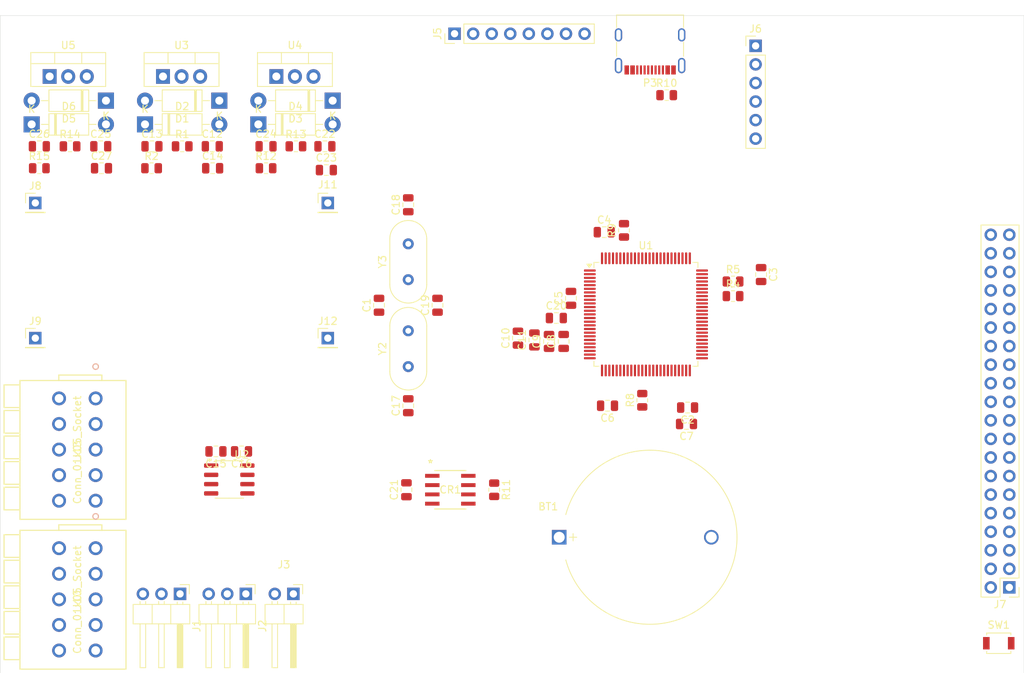
<source format=kicad_pcb>
(kicad_pcb (version 20240108) (generator "pcbnew") (generator_version "8.0")
  (layers (0 "F.Cu" signal) (1 "In1.Cu" signal) (2 "In2.Cu" signal) (31 "B.Cu" signal) (34 "B.Paste" user) (35 "F.Paste" user) (36 "B.SilkS" user "B.Silkscreen") (37 "F.SilkS" user "F.Silkscreen") (38 "B.Mask" user) (39 "F.Mask" user) (44 "Edge.Cuts" user))
  (net 0 "")
  (net 1 "+BATT")
  (net 2 "GND")
  (net 3 "PC14")
  (net 4 "VDD")
  (net 5 "+3.3V")
  (net 6 "PC15")
  (net 7 "OSC_IN")
  (net 8 "OSC_OUT")
  (net 9 "NRST")
  (net 10 "+5V")
  (net 11 "Net-(D2-A)")
  (net 12 "Net-(J1-Pin_2)")
  (net 13 "Net-(J2-Pin_2)")
  (net 14 "TX {slash} PA9")
  (net 15 "RX {slash} PA10")
  (net 16 "SPI_SCK")
  (net 17 "+12V")
  (net 18 "SPI_MISO")
  (net 19 "SPI_MOSI")
  (net 20 "Net-(D4-A)")
  (net 21 "I2C_SDA")
  (net 22 "MPU_XCL")
  (net 23 "MPU_AD0")
  (net 24 "MPU_INT")
  (net 25 "MPU_XDA")
  (net 26 "I2C_SCL")
  (net 27 "HC_EN")
  (net 28 "HC_RXD")
  (net 29 "HC_TXD")
  (net 30 "HC_STATE")
  (net 31 "TFT_DB3")
  (net 32 "TFT_RS")
  (net 33 "TFT_DB8")
  (net 34 "TFT_DB13")
  (net 35 "TFT_DB7")
  (net 36 "TFT_DB2")
  (net 37 "TFT_DB12")
  (net 38 "TFT_RESET")
  (net 39 "TFT_DB6")
  (net 40 "TFT_WR")
  (net 41 "TFT_EX_3.3V")
  (net 42 "TFT_DB9")
  (net 43 "TTF_LED_A")
  (net 44 "TFT_INT")
  (net 45 "TFT_DB1")
  (net 46 "F_CS")
  (net 47 "TFT_DB15")
  (net 48 "T_IRQ")
  (net 49 "TFT_DB11")
  (net 50 "TFT_DB4")
  (net 51 "TFT_DB5")
  (net 52 "TFT_DB14")
  (net 53 "TFT_CS")
  (net 54 "SD_CS")
  (net 55 "TFT_DB0")
  (net 56 "TFT_CRT{slash}NC")
  (net 57 "TFT_NC")
  (net 58 "T_CS")
  (net 59 "TFT_DB10")
  (net 60 "MOTOR_POS")
  (net 61 "USB_D+")
  (net 63 "Net-(P3-CC)")
  (net 64 "USB_D-")
  (net 65 "MOTOT_A")
  (net 66 "MOTOR_B")
  (net 67 "Net-(D6-A)")
  (net 68 "Net-(U1-PA11)")
  (net 69 "Net-(U1-PA12)")
  (net 70 "PB_2 {slash} BOOT1")
  (net 71 "BOOT0")
  (net 111 "MOTOR_GND")
  (net 112 "MOTOR_VDD")
  (net 113 "CAN_L")
  (net 114 "HC_VCC")
  (net 117 "Net-(U2-VM)")
  (net 119 "CAN_H")
  (net 121 "CAN_TX")
  (net 122 "CAN_RX")
  (footprint "Connector_USB:USB_C_Receptacle_G-Switch_GT-USB-7010ASV" (layer "F.Cu") (at 159.82 42.075 180)
    (property "Reference" "P3" (at 0 -5.5 0) (layer "F.SilkS"))
    (property "Value" "USB_C_Plug_USB2.0")
    (pad "" np_thru_hole circle (at -2.89 -2.605 180) (size 0.65 0.65) (drill 0.65) (layers "*.Cu" "*.Mask"))
    (pad "" np_thru_hole circle (at 2.89 -2.605 180) (size 0.65 0.65) (drill 0.65) (layers "*.Cu" "*.Mask"))
    (pad "A1" smd rect (at -3.2 -3.725 180) (size 0.6 1.24) (layers "F.Cu" "F.Paste" "F.Mask") (net 2 "GND"))
    (pad "A4" smd rect (at -2.4 -3.725 180) (size 0.6 1.24) (layers "F.Cu" "F.Paste" "F.Mask") (net 10 "+5V"))
    (pad "A5" smd rect (at -1.25 -3.725 180) (size 0.3 1.24) (layers "F.Cu" "F.Paste" "F.Mask") (net 63 "Net-(P3-CC)"))
    (pad "A6" smd rect (at -0.25 -3.725 180) (size 0.3 1.24) (layers "F.Cu" "F.Paste" "F.Mask") (net 61 "USB_D+"))
    (pad "A7" smd rect (at 0.25 -3.725 180) (size 0.3 1.24) (layers "F.Cu" "F.Paste" "F.Mask") (net 64 "USB_D-"))
    (pad "A8" smd rect (at 1.25 -3.725 180) (size 0.3 1.24) (layers "F.Cu" "F.Paste" "F.Mask"))
    (pad "A9" smd rect (at 2.4 -3.725 180) (size 0.6 1.24) (layers "F.Cu" "F.Paste" "F.Mask") (net 10 "+5V"))
    (pad "A12" smd rect (at 3.2 -3.725 180) (size 0.6 1.24) (layers "F.Cu" "F.Paste" "F.Mask") (net 2 "GND"))
    (pad "B1" smd rect (at 3.2 -3.725 180) (size 0.6 1.24) (layers "F.Cu" "F.Paste" "F.Mask") (net 2 "GND"))
    (pad "B4" smd rect (at 2.4 -3.725 180) (size 0.6 1.24) (layers "F.Cu" "F.Paste" "F.Mask") (net 10 "+5V"))
    (pad "B5" smd rect (at 1.75 -3.725 180) (size 0.3 1.24) (layers "F.Cu" "F.Paste" "F.Mask"))
    (pad "B6" smd rect (at 0.75 -3.725 180) (size 0.3 1.24) (layers "F.Cu" "F.Paste" "F.Mask"))
    (pad "B7" smd rect (at -0.75 -3.725 180) (size 0.3 1.24) (layers "F.Cu" "F.Paste" "F.Mask"))
    (pad "B8" smd rect (at -1.75 -3.725 180) (size 0.3 1.24) (layers "F.Cu" "F.Paste" "F.Mask"))
    (pad "B9" smd rect (at -2.4 -3.725 180) (size 0.6 1.24) (layers "F.Cu" "F.Paste" "F.Mask") (net 10 "+5V"))
    (pad "B12" smd rect (at -3.2 -3.725 180) (size 0.6 1.24) (layers "F.Cu" "F.Paste" "F.Mask") (net 2 "GND"))
    (pad "S1" thru_hole oval (at -4.32 -3.125 180) (size 1 2.1) (drill oval 0.6 1.7) (layers "*.Cu" "*.Mask") (net 2 "GND"))
    (pad "S1" thru_hole oval (at -4.32 1.075 180) (size 1 1.8) (drill oval 0.6 1.4) (layers "*.Cu" "*.Mask") (net 2 "GND"))
    (pad "S1" thru_hole oval (at 4.32 -3.125 180) (size 1 2.1) (drill oval 0.6 1.7) (layers "*.Cu" "*.Mask") (net 2 "GND"))
    (pad "S1" thru_hole oval (at 4.32 1.075 180) (size 1 1.8) (drill oval 0.6 1.4) (layers "*.Cu" "*.Mask") (net 2 "GND"))
  )
  (footprint ".PAUL:C_SMD" (layer "F.Cu") (at 147 79.75)
    (property "Reference" "C20" (at 0 -1.68 0) (layer "F.SilkS"))
    (property "Value" "0.1uF")
    (pad "1" smd roundrect (at -0.95 0) (size 1 1.45) (layers "F.Cu" "F.Paste" "F.Mask") (net 2 "GND"))
    (pad "2" smd roundrect (at 0.95 0) (size 1 1.45) (layers "F.Cu" "F.Paste" "F.Mask") (net 9 "NRST"))
  )
  (footprint ".PAUL:C_SMD" (layer "F.Cu") (at 141.75 82.5 90)
    (property "Reference" "C10" (at 0 -1.68 90) (layer "F.SilkS"))
    (property "Value" "10nF")
    (pad "1" smd roundrect (at -0.95 0 90) (size 1 1.45) (layers "F.Cu" "F.Paste" "F.Mask") (net 5 "+3.3V"))
    (pad "2" smd roundrect (at 0.95 0 90) (size 1 1.45) (layers "F.Cu" "F.Paste" "F.Mask") (net 2 "GND"))
  )
  (footprint ".PAUL:C_SMD" (layer "F.Cu") (at 84.8 59.25)
    (property "Reference" "C27" (at 0 -1.68 0) (layer "F.SilkS"))
    (property "Value" "1uF")
    (pad "1" smd roundrect (at -0.95 0) (size 1 1.45) (layers "F.Cu" "F.Paste" "F.Mask") (net 5 "+3.3V"))
    (pad "2" smd roundrect (at 0.95 0) (size 1 1.45) (layers "F.Cu" "F.Paste" "F.Mask") (net 2 "GND"))
  )
  (footprint ".PAUL:R_SMD" (layer "F.Cu") (at 80.5 56.25)
    (property "Reference" "R14" (at 0 -1.65 0) (layer "F.SilkS"))
    (property "Value" "180")
    (pad "1" smd roundrect (at -0.9125 0) (size 1.025 1.4) (layers "F.Cu" "F.Paste" "F.Mask") (roundrect_rratio 0.243902) (net 67 "Net-(D6-A)"))
    (pad "2" smd roundrect (at 0.9125 0) (size 1.025 1.4) (layers "F.Cu" "F.Paste" "F.Mask") (roundrect_rratio 0.243902) (net 2 "GND"))
  )
  (footprint "Connector_PinHeader_2.54mm:PinHeader_1x06_P2.54mm_Vertical" (layer "F.Cu") (at 174.25 42.5)
    (property "Reference" "J6" (at 0 -2.33 0) (layer "F.SilkS"))
    (property "Value" "HC-06")
    (pad "1" thru_hole rect (at 0 0) (size 1.7 1.7) (drill 1) (layers "*.Cu" "*.Mask") (net 27 "HC_EN"))
    (pad "2" thru_hole oval (at 0 2.54) (size 1.7 1.7) (drill 1) (layers "*.Cu" "*.Mask") (net 114 "HC_VCC"))
    (pad "3" thru_hole oval (at 0 5.08) (size 1.7 1.7) (drill 1) (layers "*.Cu" "*.Mask") (net 2 "GND"))
    (pad "4" thru_hole oval (at 0 7.62) (size 1.7 1.7) (drill 1) (layers "*.Cu" "*.Mask") (net 29 "HC_TXD"))
    (pad "5" thru_hole oval (at 0 10.16) (size 1.7 1.7) (drill 1) (layers "*.Cu" "*.Mask") (net 28 "HC_RXD"))
    (pad "6" thru_hole oval (at 0 12.7) (size 1.7 1.7) (drill 1) (layers "*.Cu" "*.Mask") (net 30 "HC_STATE"))
  )
  (footprint ".PAUL:R_SMD" (layer "F.Cu") (at 107.3 59.25)
    (property "Reference" "R12" (at 0 -1.65 0) (layer "F.SilkS"))
    (property "Value" "110")
    (pad "1" smd roundrect (at -0.9125 0) (size 1.025 1.4) (layers "F.Cu" "F.Paste" "F.Mask") (roundrect_rratio 0.243902) (net 10 "+5V"))
    (pad "2" smd roundrect (at 0.9125 0) (size 1.025 1.4) (layers "F.Cu" "F.Paste" "F.Mask") (roundrect_rratio 0.243902) (net 20 "Net-(D4-A)"))
  )
  (footprint "WAGO:2601-1105" (layer "F.Cu") (at 84 90.749997 -90)
    (property "Reference" "J13" (at 7.050001 2.5 90) (layer "F.SilkS"))
    (property "Value" "Conn_01x05_Socket" (at 7.050001 2.5 90) (layer "F.SilkS"))
    (pad "1" thru_hole circle (at 0 0 270) (size 1.9 1.9) (drill 1.2) (layers "*.Cu" "*.Mask") (net 4 "VDD"))
    (pad "2" thru_hole circle (at 0 5 270) (size 1.9 1.9) (drill 1.2) (layers "*.Cu" "*.Mask"))
    (pad "3" thru_hole circle (at 3.500001 0 270) (size 1.9 1.9) (drill 1.2) (layers "*.Cu" "*.Mask") (net 2 "GND"))
    (pad "4" thru_hole circle (at 3.500001 5 270) (size 1.9 1.9) (drill 1.2) (layers "*.Cu" "*.Mask"))
    (pad "5" thru_hole circle (at 7.000002 0 270) (size 1.9 1.9) (drill 1.2) (layers "*.Cu" "*.Mask"))
    (pad "6" thru_hole circle (at 7.000002 5 270) (size 1.9 1.9) (drill 1.2) (layers "*.Cu" "*.Mask"))
    (pad "7" thru_hole circle (at 10.500002 0 270) (size 1.9 1.9) (drill 1.2) (layers "*.Cu" "*.Mask") (net 119 "CAN_H"))
    (pad "8" thru_hole circle (at 10.500002 5 270) (size 1.9 1.9) (drill 1.2) (layers "*.Cu" "*.Mask"))
    (pad "9" thru_hole circle (at 14.000003 0 270) (size 1.9 1.9) (drill 1.2) (layers "*.Cu" "*.Mask") (net 113 "CAN_L"))
    (pad "10" thru_hole circle (at 14.000003 5 270) (size 1.9 1.9) (drill 1.2) (layers "*.Cu" "*.Mask"))
  )
  (footprint ".PAUL:C_SMD" (layer "F.Cu") (at 115.55 59.5)
    (property "Reference" "C23" (at 0 -1.68 0) (layer "F.SilkS"))
    (property "Value" "1uF")
    (pad "1" smd roundrect (at -0.95 0) (size 1 1.45) (layers "F.Cu" "F.Paste" "F.Mask") (net 10 "+5V"))
    (pad "2" smd roundrect (at 0.95 0) (size 1 1.45) (layers "F.Cu" "F.Paste" "F.Mask") (net 2 "GND"))
  )
  (footprint ".PAUL:C_SMD" (layer "F.Cu") (at 100.45 98 180)
    (property "Reference" "C15" (at 0 -1.68 0) (layer "F.SilkS"))
    (property "Value" "100nF")
    (pad "1" smd roundrect (at -0.95 0 180) (size 1 1.45) (layers "F.Cu" "F.Paste" "F.Mask") (net 2 "GND"))
    (pad "2" smd roundrect (at 0.95 0 180) (size 1 1.45) (layers "F.Cu" "F.Paste" "F.Mask") (net 5 "+3.3V"))
  )
  (footprint "Connector_PinHeader_2.54mm:PinHeader_1x03_P2.54mm_Horizontal" (layer "F.Cu") (at 104.54 117.5 -90)
    (property "Reference" "J2" (at 4.385 -2.27 90) (layer "F.SilkS"))
    (property "Value" "BOOT0")
    (pad "1" thru_hole rect (at 0 0 270) (size 1.7 1.7) (drill 1) (layers "*.Cu" "*.Mask") (net 2 "GND"))
    (pad "2" thru_hole oval (at 0 2.54 270) (size 1.7 1.7) (drill 1) (layers "*.Cu" "*.Mask") (net 13 "Net-(J2-Pin_2)"))
    (pad "3" thru_hole oval (at 0 5.08 270) (size 1.7 1.7) (drill 1) (layers "*.Cu" "*.Mask") (net 5 "+3.3V"))
  )
  (footprint ".PAUL:C_SMD" (layer "F.Cu") (at 175 73.8 -90)
    (property "Reference" "C3" (at 0 -1.68 90) (layer "F.SilkS"))
    (property "Value" "100nF")
    (pad "1" smd roundrect (at -0.95 0 270) (size 1 1.45) (layers "F.Cu" "F.Paste" "F.Mask") (net 5 "+3.3V"))
    (pad "2" smd roundrect (at 0.95 0 270) (size 1 1.45) (layers "F.Cu" "F.Paste" "F.Mask") (net 2 "GND"))
  )
  (footprint ".PAUL:R_SMD" (layer "F.Cu") (at 95.8375 56.25)
    (property "Reference" "R1" (at 0 -1.65 0) (layer "F.SilkS"))
    (property "Value" "180")
    (pad "1" smd roundrect (at -0.9125 0) (size 1.025 1.4) (layers "F.Cu" "F.Paste" "F.Mask") (roundrect_rratio 0.243902) (net 11 "Net-(D2-A)"))
    (pad "2" smd roundrect (at 0.9125 0) (size 1.025 1.4) (layers "F.Cu" "F.Paste" "F.Mask") (roundrect_rratio 0.243902) (net 2 "GND"))
  )
  (footprint ".PAUL:C_SMD" (layer "F.Cu") (at 84.7 56.25)
    (property "Reference" "C25" (at 0 -1.68 0) (layer "F.SilkS"))
    (property "Value" "0.1uF")
    (pad "1" smd roundrect (at -0.95 0) (size 1 1.45) (layers "F.Cu" "F.Paste" "F.Mask") (net 17 "+12V"))
    (pad "2" smd roundrect (at 0.95 0) (size 1 1.45) (layers "F.Cu" "F.Paste" "F.Mask") (net 2 "GND"))
  )
  (footprint ".PAUL:C_SMD" (layer "F.Cu") (at 153.55 68)
    (property "Reference" "C4" (at 0 -1.68 0) (layer "F.SilkS"))
    (property "Value" "100nF")
    (pad "1" smd roundrect (at -0.95 0) (size 1 1.45) (layers "F.Cu" "F.Paste" "F.Mask") (net 5 "+3.3V"))
    (pad "2" smd roundrect (at 0.95 0) (size 1 1.45) (layers "F.Cu" "F.Paste" "F.Mask") (net 2 "GND"))
  )
  (footprint ".PAUL:R_SMD" (layer "F.Cu") (at 158.75 91 90)
    (property "Reference" "R8" (at 0 -1.65 90) (layer "F.SilkS"))
    (property "Value" "10k")
    (pad "1" smd roundrect (at -0.9125 0 90) (size 1.025 1.4) (layers "F.Cu" "F.Paste" "F.Mask") (roundrect_rratio 0.243902) (net 12 "Net-(J1-Pin_2)"))
    (pad "2" smd roundrect (at 0.9125 0 90) (size 1.025 1.4) (layers "F.Cu" "F.Paste" "F.Mask") (roundrect_rratio 0.243902) (net 70 "PB_2 {slash} BOOT1"))
  )
  (footprint "Diode_THT:D_DO-41_SOD81_P10.16mm_Horizontal" (layer "F.Cu") (at 116.41 50 180)
    (property "Reference" "D3" (at 5.08 -2.47 0) (layer "F.SilkS"))
    (property "Value" "1N4001")
    (fp_text user "K" (at 0 -2.1 0) (layer "F.SilkS"))
    (pad "1" thru_hole rect (at 0 0 180) (size 2.2 2.2) (drill 1.1) (layers "*.Cu" "*.Mask") (net 17 "+12V"))
    (pad "2" thru_hole oval (at 10.16 0 180) (size 2.2 2.2) (drill 1.1) (layers "*.Cu" "*.Mask") (net 10 "+5V"))
  )
  (footprint "Button_Switch_SMD:SW_SPST_B3U-1000P" (layer "F.Cu") (at 207.5 124.25)
    (property "Reference" "SW1" (at 0 -2.5 0) (layer "F.SilkS"))
    (property "Value" "RESET")
    (pad "1" smd rect (at -1.7 0) (size 0.9 1.7) (layers "F.Cu" "F.Paste" "F.Mask") (net 9 "NRST"))
    (pad "2" smd rect (at 1.7 0) (size 0.9 1.7) (layers "F.Cu" "F.Paste" "F.Mask") (net 2 "GND"))
  )
  (footprint "Crystal:Crystal_HC18-U_Vertical" (layer "F.Cu") (at 126.75 86.4 90)
    (property "Reference" "Y2" (at 2.45 -3.525 90) (layer "F.SilkS"))
    (property "Value" "32.768kHz")
    (pad "1" thru_hole circle (at 0 0 90) (size 1.5 1.5) (drill 0.8) (layers "*.Cu" "*.Mask") (net 6 "PC15"))
    (pad "2" thru_hole circle (at 4.9 0 90) (size 1.5 1.5) (drill 0.8) (layers "*.Cu" "*.Mask") (net 3 "PC14"))
  )
  (footprint ".PAUL:R_SMD" (layer "F.Cu") (at 76.3 59.25)
    (property "Reference" "R15" (at 0 -1.65 0) (layer "F.SilkS"))
    (property "Value" "110")
    (pad "1" smd roundrect (at -0.9125 0) (size 1.025 1.4) (layers "F.Cu" "F.Paste" "F.Mask") (roundrect_rratio 0.243902) (net 5 "+3.3V"))
    (pad "2" smd roundrect (at 0.9125 0) (size 1.025 1.4) (layers "F.Cu" "F.Paste" "F.Mask") (roundrect_rratio 0.243902) (net 67 "Net-(D6-A)"))
  )
  (footprint "WAGO:2601-1105" (layer "F.Cu") (at 84 111.249998 -90)
    (property "Reference" "J10" (at 7.050001 2.5 90) (layer "F.SilkS"))
    (property "Value" "Conn_01x05_Socket" (at 7.050001 2.5 90) (layer "F.SilkS"))
    (pad "1" thru_hole circle (at 0 0 270) (size 1.9 1.9) (drill 1.2) (layers "*.Cu" "*.Mask") (net 5 "+3.3V"))
    (pad "2" thru_hole circle (at 0 5 270) (size 1.9 1.9) (drill 1.2) (layers "*.Cu" "*.Mask"))
    (pad "3" thru_hole circle (at 3.500001 0 270) (size 1.9 1.9) (drill 1.2) (layers "*.Cu" "*.Mask") (net 60 "MOTOR_POS"))
    (pad "4" thru_hole circle (at 3.500001 5 270) (size 1.9 1.9) (drill 1.2) (layers "*.Cu" "*.Mask"))
    (pad "5" thru_hole circle (at 7.000002 0 270) (size 1.9 1.9) (drill 1.2) (layers "*.Cu" "*.Mask") (net 112 "MOTOR_VDD"))
    (pad "6" thru_hole circle (at 7.000002 5 270) (size 1.9 1.9) (drill 1.2) (layers "*.Cu" "*.Mask"))
    (pad "7" thru_hole circle (at 10.500002 0 270) (size 1.9 1.9) (drill 1.2) (layers "*.Cu" "*.Mask") (net 111 "MOTOR_GND"))
    (pad "8" thru_hole circle (at 10.500002 5 270) (size 1.9 1.9) (drill 1.2) (layers "*.Cu" "*.Mask"))
    (pad "9" thru_hole circle (at 14.000003 0 270) (size 1.9 1.9) (drill 1.2) (layers "*.Cu" "*.Mask") (net 2 "GND"))
    (pad "10" thru_hole circle (at 14.000003 5 270) (size 1.9 1.9) (drill 1.2) (layers "*.Cu" "*.Mask"))
  )
  (footprint "Connector_PinHeader_2.54mm:PinHeader_1x01_P2.54mm_Vertical" (layer "F.Cu") (at 115.75 64)
    (property "Reference" "J11" (at 0 -2.5 0) (layer "F.SilkS"))
    (property "Value" "RegV_OUT+")
    (pad "1" thru_hole rect (at 0 0) (size 1.7 1.7) (drill 1) (layers "*.Cu" "*.Mask") (net 17 "+12V"))
  )
  (footprint "Package_QFP:LQFP-100_14x14mm_P0.5mm" (layer "F.Cu") (at 159.25 79.25)
    (property "Reference" "U1" (at 0 -9.42 0) (layer "F.SilkS"))
    (property "Value" "STM32F103VBTx")
    (pad "1" smd roundrect (at -7.675 -6) (size 1.6 0.3) (layers "F.Cu" "F.Paste" "F.Mask"))
    (pad "2" smd roundrect (at -7.675 -5.5) (size 1.6 0.3) (layers "F.Cu" "F.Paste" "F.Mask"))
    (pad "3" smd roundrect (at -7.675 -5) (size 1.6 0.3) (layers "F.Cu" "F.Paste" "F.Mask"))
    (pad "4" smd roundrect (at -7.675 -4.5) (size 1.6 0.3) (layers "F.Cu" "F.Paste" "F.Mask"))
    (pad "5" smd roundrect (at -7.675 -4) (size 1.6 0.3) (layers "F.Cu" "F.Paste" "F.Mask"))
    (pad "6" smd roundrect (at -7.675 -3.5) (size 1.6 0.3) (layers "F.Cu" "F.Paste" "F.Mask") (net 1 "+BATT"))
    (pad "7" smd roundrect (at -7.675 -3) (size 1.6 0.3) (layers "F.Cu" "F.Paste" "F.Mask"))
    (pad "8" smd roundrect (at -7.675 -2.5) (size 1.6 0.3) (layers "F.Cu" "F.Paste" "F.Mask") (net 3 "PC14"))
    (pad "9" smd roundrect (at -7.675 -2) (size 1.6 0.3) (layers "F.Cu" "F.Paste" "F.Mask") (net 6 "PC15"))
    (pad "10" smd roundrect (at -7.675 -1.5) (size 1.6 0.3) (layers "F.Cu" "F.Paste" "F.Mask") (net 2 "GND"))
    (pad "11" smd roundrect (at -7.675 -1) (size 1.6 0.3) (layers "F.Cu" "F.Paste" "F.Mask") (net 5 "+3.3V"))
    (pad "12" smd roundrect (at -7.675 -0.5) (size 1.6 0.3) (layers "F.Cu" "F.Paste" "F.Mask") (net 7 "OSC_IN"))
    (pad "13" smd roundrect (at -7.675 0) (size 1.6 0.3) (layers "F.Cu" "F.Paste" "F.Mask") (net 8 "OSC_OUT"))
    (pad "14" smd roundrect (at -7.675 0.5) (size 1.6 0.3) (layers "F.Cu" "F.Paste" "F.Mask") (net 9 "NRST"))
    (pad "15" smd roundrect (at -7.675 1) (size 1.6 0.3) (layers "F.Cu" "F.Paste" "F.Mask"))
    (pad "16" smd roundrect (at -7.675 1.5) (size 1.6 0.3) (layers "F.Cu" "F.Paste" "F.Mask"))
    (pad "17" smd roundrect (at -7.675 2) (size 1.6 0.3) (layers "F.Cu" "F.Paste" "F.Mask"))
    (pad "18" smd roundrect (at -7.675 2.5) (size 1.6 0.3) (layers "F.Cu" "F.Paste" "F.Mask"))
    (pad "19" smd roundrect (at -7.675 3) (size 1.6 0.3) (layers "F.Cu" "F.Paste" "F.Mask") (net 2 "GND"))
    (pad "20" smd roundrect (at -7.675 3.5) (size 1.6 0.3) (layers "F.Cu" "F.Paste" "F.Mask") (net 2 "GND"))
    (pad "21" smd roundrect (at -7.675 4) (size 1.6 0.3) (layers "F.Cu" "F.Paste" "F.Mask") (net 5 "+3.3V"))
    (pad "22" smd roundrect (at -7.675 4.5) (size 1.6 0.3) (layers "F.Cu" "F.Paste" "F.Mask") (net 5 "+3.3V"))
    (pad "23" smd roundrect (at -7.675 5) (size 1.6 0.3) (layers "F.Cu" "F.Paste" "F.Mask"))
    (pad "24" smd roundrect (at -7.675 5.5) (size 1.6 0.3) (layers "F.Cu" "F.Paste" "F.Mask"))
    (pad "25" smd roundrect (at -7.675 6) (size 1.6 0.3) (layers "F.Cu" "F.Paste" "F.Mask") (net 28 "HC_RXD"))
    (pad "26" smd roundrect (at -6 7.675) (size 0.3 1.6) (layers "F.Cu" "F.Paste" "F.Mask") (net 29 "HC_TXD"))
    (pad "27" smd roundrect (at -5.5 7.675) (size 0.3 1.6) (layers "F.Cu" "F.Paste" "F.Mask") (net 2 "GND"))
    (pad "28" smd roundrect (at -5 7.675) (size 0.3 1.6) (layers "F.Cu" "F.Paste" "F.Mask") (net 5 "+3.3V"))
    (pad "29" smd roundrect (at -4.5 7.675) (size 0.3 1.6) (layers "F.Cu" "F.Paste" "F.Mask"))
    (pad "30" smd roundrect (at -4 7.675) (size 0.3 1.6) (layers "F.Cu" "F.Paste" "F.Mask") (net 16 "SPI_SCK"))
    (pad "31" smd roundrect (at -3.5 7.675) (size 0.3 1.6) (layers "F.Cu" "F.Paste" "F.Mask") (net 18 "SPI_MISO"))
    (pad "32" smd roundrect (at -3 7.675) (size 0.3 1.6) (layers "F.Cu" "F.Paste" "F.Mask") (net 19 "SPI_MOSI"))
    (pad "33" smd roundrect (at -2.5 7.675) (size 0.3 1.6) (layers "F.Cu" "F.Paste" "F.Mask"))
    (pad "34" smd roundrect (at -2 7.675) (size 0.3 1.6) (layers "F.Cu" "F.Paste" "F.Mask"))
    (pad "35" smd roundrect (at -1.5 7.675) (size 0.3 1.6) (layers "F.Cu" "F.Paste" "F.Mask"))
    (pad "36" smd roundrect (at -1 7.675) (size 0.3 1.6) (layers "F.Cu" "F.Paste" "F.Mask"))
    (pad "37" smd roundrect (at -0.5 7.675) (size 0.3 1.6) (layers "F.Cu" "F.Paste" "F.Mask") (net 70 "PB_2 {slash} BOOT1"))
    (pad "38" smd roundrect (at 0 7.675) (size 0.3 1.6) (layers "F.Cu" "F.Paste" "F.Mask") (net 47 "TFT_DB15"))
    (pad "39" smd roundrect (at 0.5 7.675) (size 0.3 1.6) (layers "F.Cu" "F.Paste" "F.Mask") (net 52 "TFT_DB14"))
    (pad "40" smd roundrect (at 1 7.675) (size 0.3 1.6) (layers "F.Cu" "F.Paste" "F.Mask") (net 34 "TFT_DB13"))
    (pad "41" smd roundrect (at 1.5 7.675) (size 0.3 1.6) (layers "F.Cu" "F.Paste" "F.Mask") (net 37 "TFT_DB12"))
    (pad "42" smd roundrect (at 2 7.675) (size 0.3 1.6) (layers "F.Cu" "F.Paste" "F.Mask") (net 49 "TFT_DB11"))
    (pad "43" smd roundrect (at 2.5 7.675) (size 0.3 1.6) (layers "F.Cu" "F.Paste" "F.Mask") (net 59 "TFT_DB10"))
    (pad "44" smd roundrect (at 3 7.675) (size 0.3 1.6) (layers "F.Cu" "F.Paste" "F.Mask") (net 42 "TFT_DB9"))
    (pad "45" smd roundrect (at 3.5 7.675) (size 0.3 1.6) (layers "F.Cu" "F.Paste" "F.Mask") (net 33 "TFT_DB8"))
    (pad "46" smd roundrect (at 4 7.675) (size 0.3 1.6) (layers "F.Cu" "F.Paste" "F.Mask") (net 35 "TFT_DB7"))
    (pad "47" smd roundrect (at 4.5 7.675) (size 0.3 1.6) (layers "F.Cu" "F.Paste" "F.Mask"))
    (pad "48" smd roundrect (at 5 7.675) (size 0.3 1.6) (layers "F.Cu" "F.Paste" "F.Mask"))
    (pad "49" smd roundrect (at 5.5 7.675) (size 0.3 1.6) (layers "F.Cu" "F.Paste" "F.Mask") (net 2 "GND"))
    (pad "50" smd roundrect (at 6 7.675) (size 0.3 1.6) (layers "F.Cu" "F.Paste" "F.Mask") (net 5 "+3.3V"))
    (pad "51" smd roundrect (at 7.675 6) (size 1.6 0.3) (layers "F.Cu" "F.Paste" "F.Mask"))
    (pad "52" smd roundrect (at 7.675 5.5) (size 1.6 0.3) (layers "F.Cu" "F.Paste" "F.Mask"))
    (pad "53" smd roundrect (at 7.675 5) (size 1.6 0.3) (layers "F.Cu" "F.Paste" "F.Mask"))
    (pad "54" smd roundrect (at 7.675 4.5) (size 1.6 0.3) (layers "F.Cu" "F.Paste" "F.Mask"))
    (pad "55" smd roundrect (at 7.675 4) (size 1.6 0.3) (layers "F.Cu" "F.Paste" "F.Mask") (net 53 "TFT_CS"))
    (pad "56" smd roundrect (at 7.675 3.5) (size 1.6 0.3) (layers "F.Cu" "F.Paste" "F.Mask"))
    (pad "57" smd roundrect (at 7.675 3) (size 1.6 0.3) (layers "F.Cu" "F.Paste" "F.Mask") (net 46 "F_CS"))
    (pad "58" smd roundrect (at 7.675 2.5) (size 1.6 0.3) (layers "F.Cu" "F.Paste" "F.Mask") (net 54 "SD_CS"))
    (pad "59" smd roundrect (at 7.675 2) (size 1.6 0.3) (layers "F.Cu" "F.Paste" "F.Mask") (net 58 "T_CS"))
    (pad "60" smd roundrect (at 7.675 1.5) (size 1.6 0.3) (layers "F.Cu" "F.Paste" "F.Mask") (net 32 "TFT_RS"))
    (pad "61" smd roundrect (at 7.675 1) (size 1.6 0.3) (layers "F.Cu" "F.Paste" "F.Mask") (net 40 "TFT_WR"))
    (pad "62" smd roundrect (at 7.675 0.5) (size 1.6 0.3) (layers "F.Cu" "F.Paste" "F.Mask") (net 38 "TFT_RESET"))
    (pad "63" smd roundrect (at 7.675 0) (size 1.6 0.3) (layers "F.Cu" "F.Paste" "F.Mask"))
    (pad "64" smd roundrect (at 7.675 -0.5) (size 1.6 0.3) (layers "F.Cu" "F.Paste" "F.Mask"))
    (pad "65" smd roundrect (at 7.675 -1) (size 1.6 0.3) (layers "F.Cu" "F.Paste" "F.Mask"))
    (pad "66" smd roundrect (at 7.675 -1.5) (size 1.6 0.3) (layers "F.Cu" "F.Paste" "F.Mask"))
    (pad "67" smd roundrect (at 7.675 -2) (size 1.6 0.3) (layers "F.Cu" "F.Paste" "F.Mask"))
    (pad "68" smd roundrect (at 7.675 -2.5) (size 1.6 0.3) (layers "F.Cu" "F.Paste" "F.Mask") (net 14 "TX {slash} PA9"))
    (pad "69" smd roundrect (at 7.675 -3) (size 1.6 0.3) (layers "F.Cu" "F.Paste" "F.Mask") (net 15 "RX {slash} PA10"))
    (pad "70" smd roundrect (at 7.675 -3.5) (size 1.6 0.3) (layers "F.Cu" "F.Paste" "F.Mask") (net 68 "Net-(U1-PA11)"))
    (pad "71" smd roundrect (at 7.675 -4) (size 1.6 0.3) (layers "F.Cu" "F.Paste" "F.Mask") (net 69 "Net-(U1-PA12)"))
    (pad "72" smd roundrect (at 7.675 -4.5) (size 1.6 0.3) (layers "F.Cu" "F.Paste" "F.Mask"))
    (pad "73" smd roundrect (at 7.675 -5) (size 1.6 0.3) (layers "F.Cu" "F.Paste" "F.Mask"))
    (pad "74" smd roundrect (at 7.675 -5.5) (size 1.6 0.3) (layers "F.Cu" "F.Paste" "F.Mask") (net 2 "GND"))
    (pad "75" smd roundrect (at 7.675 -6) (size 1.6 0.3) (layers "F.Cu" "F.Paste" "F.Mask") (net 5 "+3.3V"))
    (pad "76" smd roundrect (at 6 -7.675) (size 0.3 1.6) (layers "F.Cu" "F.Paste" "F.Mask"))
    (pad "77" smd roundrect (at 5.5 -7.675) (size 0.3 1.6) (layers "F.Cu" "F.Paste" "F.Mask"))
    (pad "78" smd roundrect (at 5 -7.675) (size 0.3 1.6) (layers "F.Cu" "F.Paste" "F.Mask") (net 65 "MOTOT_A"))
    (pad "79" smd roundrect (at 4.5 -7.675) (size 0.3 1.6) (layers "F.Cu" "F.Paste" "F.Mask") (net 66 "MOTOR_B"))
    (pad "80" smd roundrect (at 4 -7.675) (size 0.3 1.6) (layers "F.Cu" "F.Paste" "F.Mask") (net 60 "MOTOR_POS"))
    (pad "81" smd roundrect (at 3.5 -7.675) (size 0.3 1.6) (layers "F.Cu" "F.Paste" "F.Mask") (net 39 "TFT_DB6"))
    (pad "82" smd roundrect (at 3 -7.675) (size 0.3 1.6) (layers "F.Cu" "F.Paste" "F.Mask") (net 51 "TFT_DB5"))
    (pad "83" smd roundrect (at 2.5 -7.675) (size 0.3 1.6) (layers "F.Cu" "F.Paste" "F.Mask"))
    (pad "84" smd roundrect (at 2 -7.675) (size 0.3 1.6) (layers "F.Cu" "F.Paste" "F.Mask") (net 50 "TFT_DB4"))
    (pad "85" smd roundrect (at 1.5 -7.675) (size 0.3 1.6) (layers "F.Cu" "F.Paste" "F.Mask") (net 31 "TFT_DB3"))
    (pad "86" smd roundrect (at 1 -7.675) (size 0.3 1.6) (layers "F.Cu" "F.Paste" "F.Mask") (net 36 "TFT_DB2"))
    (pad "87" smd roundrect (at 0.5 -7.675) (size 0.3 1.6) (layers "F.Cu" "F.Paste" "F.Mask") (net 45 "TFT_DB1"))
    (pad "88" smd roundrect (at 0 -7.675) (size 0.3 1.6) (layers "F.Cu" "F.Paste" "F.Mask") (net 55 "TFT_DB0"))
    (pad "89" smd roundrect (at -0.5 -7.675) (size 0.3 1.6) (layers "F.Cu" "F.Paste" "F.Mask"))
    (pad "90" smd roundrect (at -1 -7.675) (size 0.3 1.6) (layers "F.Cu" "F.Paste" "F.Mask"))
    (pad "91" smd roundrect (at -1.5 -7.675) (size 0.3 1.6) (layers "F.Cu" "F.Paste" "F.Mask"))
    (pad "92" smd roundrect (at -2 -7.675) (size 0.3 1.6) (layers "F.Cu" "F.Paste" "F.Mask") (net 26 "I2C_SCL"))
    (pad "93" smd roundrect (at -2.5 -7.675) (size 0.3 1.6) (layers "F.Cu" "F.Paste" "F.Mask") (net 21 "I2C_SDA"))
    (pad "94" smd roundrect (at -3 -7.675) (size 0.3 1.6) (layers "F.Cu" "F.Paste" "F.Mask") (net 71 "BOOT0"))
    (pad "95" smd roundrect (at -3.5 -7.675) (size 0.3 1.6) (layers "F.Cu" "F.Paste" "F.Mask"))
    (pad "96" smd roundrect (at -4 -7.675) (size 0.3 1.6) (layers "F.Cu" "F.Paste" "F.Mask"))
    (pad "97" smd roundrect (at -4.5 -7.675) (size 0.3 1.6) (layers "F.Cu" "F.Paste" "F.Mask"))
    (pad "98" smd roundrect (at -5 -7.675) (size 0.3 1.6) (layers "F.Cu" "F.Paste" "F.Mask"))
    (pad "99" smd roundrect (at -5.5 -7.675) (size 0.3 1.6) (layers "F.Cu" "F.Paste" "F.Mask") (net 2 "GND"))
    (pad "100" smd roundrect (at -6 -7.675) (size 0.3 1.6) (layers "F.Cu" "F.Paste" "F.Mask") (net 5 "+3.3V"))
  )
  (footprint ".PAUL:C_SMD" (layer "F.Cu") (at 164.95 92 180)
    (property "Reference" "C2" (at 0 -1.68 360) (layer "F.SilkS"))
    (property "Value" "100nF")
    (pad "1" smd roundrect (at -0.95 0 180) (size 1 1.45) (layers "F.Cu" "F.Paste" "F.Mask") (net 5 "+3.3V"))
    (pad "2" smd roundrect (at 0.95 0 180) (size 1 1.45) (layers "F.Cu" "F.Paste" "F.Mask") (net 2 "GND"))
  )
  (footprint ".PAUL:R_SMD" (layer "F.Cu") (at 171.1625 76.75)
    (property "Reference" "R4" (at 0 -1.65 0) (layer "F.SilkS"))
    (property "Value" "22")
    (pad "1" smd roundrect (at -0.9125 0) (size 1.025 1.4) (layers "F.Cu" "F.Paste" "F.Mask") (roundrect_rratio 0.243902) (net 68 "Net-(U1-PA11)"))
    (pad "2" smd roundrect (at 0.9125 0) (size 1.025 1.4) (layers "F.Cu" "F.Paste" "F.Mask") (roundrect_rratio 0.243902) (net 64 "USB_D-"))
  )
  (footprint ".PAUL:C_SMD" (layer "F.Cu") (at 130.75 78 90)
    (property "Reference" "C19" (at 0 -1.68 90) (layer "F.SilkS"))
    (property "Value" "20pF")
    (pad "1" smd roundrect (at -0.95 0 90) (size 1 1.45) (layers "F.Cu" "F.Paste" "F.Mask") (net 2 "GND"))
    (pad "2" smd roundrect (at 0.95 0 90) (size 1 1.45) (layers "F.Cu" "F.Paste" "F.Mask") (net 8 "OSC_OUT"))
  )
  (footprint ".PAUL:C_SMD" (layer "F.Cu") (at 154 91.75 180)
    (property "Reference" "C6" (at 0 -1.68 360) (layer "F.SilkS"))
    (property "Value" "100nF")
    (pad "1" smd roundrect (at -0.95 0 180) (size 1 1.45) (layers "F.Cu" "F.Paste" "F.Mask") (net 5 "+3.3V"))
    (pad "2" smd roundrect (at 0.95 0 180) (size 1 1.45) (layers "F.Cu" "F.Paste" "F.Mask") (net 2 "GND"))
  )
  (footprint "Connector_PinHeader_2.54mm:PinHeader_1x08_P2.54mm_Vertical" (layer "F.Cu") (at 133.081017 40.841192 90)
    (property "Reference" "J5" (at 0 -2.33 90) (layer "F.SilkS"))
    (property "Value" "MPU-69050")
    (pad "1" thru_hole rect (at 0 0 90) (size 1.7 1.7) (drill 1) (layers "*.Cu" "*.Mask") (net 24 "MPU_INT"))
    (pad "2" thru_hole oval (at 0 2.54 90) (size 1.7 1.7) (drill 1) (layers "*.Cu" "*.Mask") (net 23 "MPU_AD0"))
    (pad "3" thru_hole oval (at 0 5.08 90) (size 1.7 1.7) (drill 1) (layers "*.Cu" "*.Mask") (net 22 "MPU_XCL"))
    (pad "4" thru_hole oval (at 0 7.62 90) (size 1.7 1.7) (drill 1) (layers "*.Cu" "*.Mask") (net 25 "MPU_XDA"))
    (pad "5" thru_hole oval (at 0 10.16 90) (size 1.7 1.7) (drill 1) (layers "*.Cu" "*.Mask") (net 21 "I2C_SDA"))
    (pad "6" thru_hole oval (at 0 12.7 90) (size 1.7 1.7) (drill 1) (layers "*.Cu" "*.Mask") (net 26 "I2C_SCL"))
    (pad "7" thru_hole oval (at 0 15.24 90) (size 1.7 1.7) (drill 1) (layers "*.Cu" "*.Mask") (net 2 "GND"))
    (pad "8" thru_hole oval (at 0 17.78 90) (size 1.7 1.7) (drill 1) (layers "*.Cu" "*.Mask") (net 10 "+5V"))
  )
  (footprint ".PAUL:C_SMD" (layer "F.Cu") (at 144 82.75 90)
    (property "Reference" "C11" (at 0 -1.68 90) (layer "F.SilkS"))
    (property "Value" "1uF")
    (pad "1" smd roundrect (at -0.95 0 90) (size 1 1.45) (layers "F.Cu" "F.Paste" "F.Mask") (net 5 "+3.3V"))
    (pad "2" smd roundrect (at 0.95 0 90) (size 1 1.45) (layers "F.Cu" "F.Paste" "F.Mask") (net 2 "GND"))
  )
  (footprint "Connector_PinHeader_2.54mm:PinHeader_1x01_P2.54mm_Vertical" (layer "F.Cu") (at 115.75 82.5)
    (property "Reference" "J12" (at 0 -2.33 0) (layer "F.SilkS"))
    (property "Value" "RegV_OUT-")
    (pad "1" thru_hole rect (at 0 0) (size 1.7 1.7) (drill 1) (layers "*.Cu" "*.Mask") (net 2 "GND"))
  )
  (footprint ".PAUL:R_SMD" (layer "F.Cu") (at 111.3875 56.25)
    (property "Reference" "R13" (at 0 -1.65 0) (layer "F.SilkS"))
    (property "Value" "330")
    (pad "1" smd roundrect (at -0.9125 0) (size 1.025 1.4) (layers "F.Cu" "F.Paste" "F.Mask") (roundrect_rratio 0.243902) (net 20 "Net-(D4-A)"))
    (pad "2" smd roundrect (at 0.9125 0) (size 1.025 1.4) (layers "F.Cu" "F.Paste" "F.Mask") (roundrect_rratio 0.243902) (net 2 "GND"))
  )
  (footprint "Diode_THT:D_DO-41_SOD81_P10.16mm_Horizontal" (layer "F.Cu") (at 106.25 53.25)
    (property "Reference" "D4" (at 5.08 -2.47 0) (layer "F.SilkS"))
    (property "Value" "1N4001")
    (fp_text user "K" (at 0 -2.1 0) (layer "F.SilkS"))
    (pad "1" thru_hole rect (at 0 0) (size 2.2 2.2) (drill 1.1) (layers "*.Cu" "*.Mask") (net 10 "+5V"))
    (pad "2" thru_hole oval (at 10.16 0) (size 2.2 2.2) (drill 1.1) (layers "*.Cu" "*.Mask") (net 20 "Net-(D4-A)"))
  )
  (footprint "Package_TO_SOT_THT:TO-220-3_Vertical" (layer "F.Cu") (at 108.71 46.695)
    (property "Reference" "U4" (at 2.54 -4.27 0) (layer "F.SilkS"))
    (property "Value" "LM317_TO-220")
    (pad "1" thru_hole rect (at 0 0) (size 1.905 2) (drill 1.1) (layers "*.Cu" "*.Mask") (net 20 "Net-(D4-A)"))
    (pad "2" thru_hole oval (at 2.54 0) (size 1.905 2) (drill 1.1) (layers "*.Cu" "*.Mask") (net 10 "+5V"))
    (pad "3" thru_hole oval (at 5.08 0) (size 1.905 2) (drill 1.1) (layers "*.Cu" "*.Mask") (net 17 "+12V"))
  )
  (footprint ".PAUL:R_SMD" (layer "F.Cu") (at 91.65 59.25)
    (property "Reference" "R2" (at 0 -1.65 0) (layer "F.SilkS"))
    (property "Value" "110")
    (pad "1" smd roundrect (at -0.9125 0) (size 1.025 1.4) (layers "F.Cu" "F.Paste" "F.Mask") (roundrect_rratio 0.243902) (net 5 "+3.3V"))
    (pad "2" smd roundrect (at 0.9125 0) (size 1.025 1.4) (layers "F.Cu" "F.Paste" "F.Mask") (roundrect_rratio 0.243902) (net 11 "Net-(D2-A)"))
  )
  (footprint ".PAUL:C_SMD" (layer "F.Cu") (at 91.7 56.25)
    (property "Reference" "C13" (at 0 -1.68 0) (layer "F.SilkS"))
    (property "Value" "10uF")
    (pad "1" smd roundrect (at -0.95 0) (size 1 1.45) (layers "F.Cu" "F.Paste" "F.Mask") (net 11 "Net-(D2-A)"))
    (pad "2" smd roundrect (at 0.95 0) (size 1 1.45) (layers "F.Cu" "F.Paste" "F.Mask") (net 2 "GND"))
  )
  (footprint ".PAUL:C_SMD" (layer "F.Cu") (at 76.3 56.25)
    (property "Reference" "C26" (at 0 -1.68 0) (layer "F.SilkS"))
    (property "Value" "10uF")
    (pad "1" smd roundrect (at -0.95 0) (size 1 1.45) (layers "F.Cu" "F.Paste" "F.Mask") (net 67 "Net-(D6-A)"))
    (pad "2" smd roundrect (at 0.95 0) (size 1 1.45) (layers "F.Cu" "F.Paste" "F.Mask") (net 2 "GND"))
  )
  (footprint ".PAUL:C_SMD" (layer "F.Cu") (at 146 82.95 90)
    (property "Reference" "C9" (at 0 -1.68 90) (layer "F.SilkS"))
    (property "Value" "1uF")
    (pad "1" smd roundrect (at -0.95 0 90) (size 1 1.45) (layers "F.Cu" "F.Paste" "F.Mask") (net 5 "+3.3V"))
    (pad "2" smd roundrect (at 0.95 0 90) (size 1 1.45) (layers "F.Cu" "F.Paste" "F.Mask") (net 2 "GND"))
  )
  (footprint "Diode_THT:D_DO-41_SOD81_P10.16mm_Horizontal" (layer "F.Cu") (at 90.75 53.25)
    (property "Reference" "D2" (at 5.08 -2.47 0) (layer "F.SilkS"))
    (property "Value" "1N4001")
    (fp_text user "K" (at 0 -2.1 0) (layer "F.SilkS"))
    (pad "1" thru_hole rect (at 0 0) (size 2.2 2.2) (drill 1.1) (layers "*.Cu" "*.Mask") (net 5 "+3.3V"))
    (pad "2" thru_hole oval (at 10.16 0) (size 2.2 2.2) (drill 1.1) (layers "*.Cu" "*.Mask") (net 11 "Net-(D2-A)"))
  )
  (footprint ".PAUL:R_SMD" (layer "F.Cu") (at 138.5 103.25 -90)
    (property "Reference" "R11" (at 0 -1.65 90) (layer "F.SilkS"))
    (property "Value" "120")
    (pad "1" smd roundrect (at -0.9125 0 270) (size 1.025 1.4) (layers "F.Cu" "F.Paste" "F.Mask") (roundrect_rratio 0.243902) (net 119 "CAN_H"))
    (pad "2" smd roundrect (at 0.9125 0 270) (size 1.025 1.4) (layers "F.Cu" "F.Paste" "F.Mask") (roundrect_rratio 0.243902) (net 113 "CAN_L"))
  )
  (footprint "Diode_THT:D_DO-41_SOD81_P10.16mm_Horizontal" (layer "F.Cu") (at 85.41 50 180)
    (property "Reference" "D5" (at 5.08 -2.47 0) (layer "F.SilkS"))
    (property "Value" "1N4001")
    (fp_text user "K" (at 0 -2.1 0) (layer "F.SilkS"))
    (pad "1" thru_hole rect (at 0 0 180) (size 2.2 2.2) (drill 1.1) (layers "*.Cu" "*.Mask") (net 17 "+12V"))
    (pad "2" thru_hole oval (at 10.16 0 180) (size 2.2 2.2) (drill 1.1) (layers "*.Cu" "*.Mask") (net 5 "+3.3V"))
  )
  (footprint "ST:SO-8_STM" (layer "F.Cu") (at 132.5 103.25)
    (property "Reference" "CR1" (at 0 0 0) (layer "F.SilkS"))
    (property "Value" "L9616")
    (fp_text user "*" (at -2.7178 -3.5806 0) (layer "F.SilkS"))
    (fp_text user "*" (at -2.7178 -3.5806 0) (layer "F.SilkS"))
    (pad "1" smd rect (at -2.4638 -1.905) (size 1.969999 0.5326) (layers "F.Cu" "F.Paste" "F.Mask") (net 121 "CAN_TX"))
    (pad "2" smd rect (at -2.4638 -0.635) (size 1.969999 0.5326) (layers "F.Cu" "F.Paste" "F.Mask") (net 2 "GND"))
    (pad "3" smd rect (at -2.4638 0.635) (size 1.969999 0.5326) (layers "F.Cu" "F.Paste" "F.Mask") (net 5 "+3.3V"))
    (pad "4" smd rect (at -2.4638 1.905) (size 1.969999 0.5326) (layers "F.Cu" "F.Paste" "F.Mask") (net 122 "CAN_RX"))
    (pad "5" smd rect (at 2.4638 1.905) (size 1.969999 0.5326) (layers "F.Cu" "F.Paste" "F.Mask"))
    (pad "6" smd rect (at 2.4638 0.635) (size 1.969999 0.5326) (layers "F.Cu" "F.Paste" "F.Mask") (net 113 "CAN_L"))
    (pad "7" smd rect (at 2.4638 -0.635) (size 1.969999 0.5326) (layers "F.Cu" "F.Paste" "F.Mask") (net 119 "CAN_H"))
    (pad "8" smd rect (at 2.4638 -1.905) (size 1.969999 0.5326) (layers "F.Cu" "F.Paste" "F.Mask") (net 2 "GND"))
  )
  (footprint ".PAUL:C_SMD" (layer "F.Cu") (at 164.8 94.25 180)
    (property "Reference" "C7" (at 0 -1.68 360) (layer "F.SilkS"))
    (property "Value" "4.7uF")
    (pad "1" smd roundrect (at -0.95 0 180) (size 1 1.45) (layers "F.Cu" "F.Paste" "F.Mask") (net 5 "+3.3V"))
    (pad "2" smd roundrect (at 0.95 0 180) (size 1 1.45) (layers "F.Cu" "F.Paste" "F.Mask") (net 2 "GND"))
  )
  (footprint ".PAUL:R_SMD" (layer "F.Cu") (at 156.25 67.75 90)
    (property "Reference" "R9" (at 0 -1.65 90) (layer "F.SilkS"))
    (property "Value" "10k")
    (pad "1" smd roundrect (at -0.9125 0 90) (size 1.025 1.4) (layers "F.Cu" "F.Paste" "F.Mask") (roundrect_rratio 0.243902) (net 13 "Net-(J2-Pin_2)"))
    (pad "2" smd roundrect (at 0.9125 0 90) (size 1.025 1.4) (layers "F.Cu" "F.Paste" "F.Mask") (roundrect_rratio 0.243902) (net 71 "BOOT0"))
  )
  (footprint "Connector_PinHeader_2.54mm:PinHeader_1x03_P2.54mm_Horizontal" (layer "F.Cu") (at 95.54 117.5 -90)
    (property "Reference" "J1" (at 4.385 -2.27 90) (layer "F.SilkS"))
    (property "Value" "BOOT1")
    (pad "1" thru_hole rect (at 0 0 270) (size 1.7 1.7) (drill 1) (layers "*.Cu" "*.Mask") (net 2 "GND"))
    (pad "2" thru_hole oval (at 0 2.54 270) (size 1.7 1.7) (drill 1) (layers "*.Cu" "*.Mask") (net 12 "Net-(J1-Pin_2)"))
    (pad "3" thru_hole oval (at 0 5.08 270) (size 1.7 1.7) (drill 1) (layers "*.Cu" "*.Mask") (net 5 "+3.3V"))
  )
  (footprint ".PAUL:C_SMD" (layer "F.Cu") (at 122.75 78 90)
    (property "Reference" "C1" (at 0 -1.68 90) (layer "F.SilkS"))
    (property "Value" "10pF")
    (pad "1" smd roundrect (at -0.95 0 90) (size 1 1.45) (layers "F.Cu" "F.Paste" "F.Mask") (net 3 "PC14"))
    (pad "2" smd roundrect (at 0.95 0 90) (size 1 1.45) (layers "F.Cu" "F.Paste" "F.Mask") (net 2 "GND"))
  )
  (footprint "Crystal:Crystal_HC18-U_Vertical" (layer "F.Cu") (at 126.75 74.5 90)
    (property "Reference" "Y3" (at 2.45 -3.525 90) (layer "F.SilkS"))
    (property "Value" "8MHz")
    (pad "1" thru_hole circle (at 0 0 90) (size 1.5 1.5) (drill 0.8) (layers "*.Cu" "*.Mask") (net 8 "OSC_OUT"))
    (pad "2" thru_hole circle (at 4.9 0 90) (size 1.5 1.5) (drill 0.8) (layers "*.Cu" "*.Mask") (net 7 "OSC_IN"))
  )
  (footprint ".PAUL:C_SMD" (layer "F.Cu") (at 103.95 98 180)
    (property "Reference" "C16" (at 0 -1.68 0) (layer "F.SilkS"))
    (property "Value" "100nF")
    (pad "1" smd roundrect (at -0.95 0 180) (size 1 1.45) (layers "F.Cu" "F.Paste" "F.Mask") (net 2 "GND"))
    (pad "2" smd roundrect (at 0.95 0 180) (size 1 1.45) (layers "F.Cu" "F.Paste" "F.Mask") (net 117 "Net-(U2-VM)"))
  )
  (footprint "Diode_THT:D_DO-41_SOD81_P10.16mm_Horizontal" (layer "F.Cu") (at 75.25 53.25)
    (property "Reference" "D6" (at 5.08 -2.47 0) (layer "F.SilkS"))
    (property "Value" "1N4001")
    (fp_text user "K" (at 0 -2.1 0) (layer "F.SilkS"))
    (pad "1" thru_hole rect (at 0 0) (size 2.2 2.2) (drill 1.1) (layers "*.Cu" "*.Mask") (net 5 "+3.3V"))
    (pad "2" thru_hole oval (at 10.16 0) (size 2.2 2.2) (drill 1.1) (layers "*.Cu" "*.Mask") (net 67 "Net-(D6-A)"))
  )
  (footprint ".PAUL:R_SMD" (layer "F.Cu") (at 162.0875 49.25)
    (property "Reference" "R10" (at 0 -1.65 0) (layer "F.SilkS"))
    (property "Value" "5.1k")
    (pad "1" smd roundrect (at -0.9125 0) (size 1.025 1.4) (layers "F.Cu" "F.Paste" "F.Mask") (roundrect_rratio 0.243902) (net 63 "Net-(P3-CC)"))
    (pad "2" smd roundrect (at 0.9125 0) (size 1.025 1.4) (layers "F.Cu" "F.Paste" "F.Mask") (roundrect_rratio 0.243902) (net 2 "GND"))
  )
  (footprint "Diode_THT:D_DO-41_SOD81_P10.16mm_Horizontal" (layer "F.Cu") (at 100.91 50 180)
    (property "Reference" "D1" (at 5.08 -2.47 0) (layer "F.SilkS"))
    (property "Value" "1N4001")
    (fp_text user "K" (at 0 -2.1 0) (layer "F.SilkS"))
    (pad "1" thru_hole rect (at 0 0 180) (size 2.2 2.2) (drill 1.1) (layers "*.Cu" "*.Mask") (net 10 "+5V"))
    (pad "2" thru_hole oval (at 10.16 0 180) (size 2.2 2.2) (drill 1.1) (layers "*.Cu" "*.Mask") (net 5 "+3.3V"))
  )
  (footprint "Battery:BatteryHolder_MYOUNG_BS-07-A1BJ001_CR2032" (layer "F.Cu") (at 147.392546 109.75)
    (property "Reference" "BT1" (at -1.5 -4.2 0) (layer "F.SilkS"))
    (property "Value" "Battery_Cell")
    (pad "1" thru_hole rect (at 0 0 180) (size 2 2) (drill 1.5) (layers "*.Cu" "*.Mask") (net 1 "+BATT"))
    (pad "2" thru_hole circle (at 20.8 0 180) (size 2 2) (drill 1.5) (layers "*.Cu" "*.Mask") (net 2 "GND"))
  )
  (footprint "Connector_PinHeader_2.54mm:PinHeader_1x01_P2.54mm_Vertical" (layer "F.Cu") (at 75.75 82.5)
    (property "Reference" "J9" (at 0 -2.33 0) (layer "F.SilkS"))
    (property "Value" "RegV_IN-")
    (pad "1" thru_hole rect (at 0 0) (size 1.7 1.7) (drill 1) (layers "*.Cu" "*.Mask") (net 2 "GND"))
  )
  (footprint "Package_TO_SOT_THT:TO-220-3_Vertical" (layer "F.Cu") (at 93.21 46.695)
    (property "Reference" "U3" (at 2.54 -4.27 0) (layer "F.SilkS"))
    (property "Value" "LM317_TO-220")
    (pad "1" thru_hole rect (at 0 0) (size 1.905 2) (drill 1.1) (layers "*.Cu" "*.Mask") (net 11 "Net-(D2-A)"))
    (pad "2" thru_hole oval (at 2.54 0) (size 1.905 2) (drill 1.1) (layers "*.Cu" "*.Mask") (net 5 "+3.3V"))
    (pad "3" thru_hole oval (at 5.08 0) (size 1.905 2) (drill 1.1) (layers "*.Cu" "*.Mask") (net 10 "+5V"))
  )
  (footprint ".PAUL:C_SMD" (layer "F.Cu") (at 126.5 103.25 90)
    (property "Reference" "C21" (at 0 -1.68 90) (layer "F.SilkS"))
    (property "Value" "100nF")
    (pad "1" smd roundrect (at -0.95 0 90) (size 1 1.45) (layers "F.Cu" "F.Paste" "F.Mask") (net 5 "+3.3V"))
    (pad "2" smd roundrect (at 0.95 0 90) (size 1 1.45) (layers "F.Cu" "F.Paste" "F.Mask") (net 2 "GND"))
  )
  (footprint ".PAUL:C_SMD" (layer "F.Cu") (at 126.75 91.75 90)
    (property "Reference" "C17" (at 0 -1.68 90) (layer "F.SilkS"))
    (property "Value" "10pF")
    (pad "1" smd roundrect (at -0.95 0 90) (size 1 1.45) (layers "F.Cu" "F.Paste" "F.Mask") (net 2 "GND"))
    (pad "2" smd roundrect (at 0.95 0 90) (size 1 1.45) (layers "F.Cu" "F.Paste" "F.Mask") (net 6 "PC15"))
  )
  (footprint ".PAUL:C_SMD" (layer "F.Cu") (at 149 77.05 90)
    (property "Reference" "C5" (at 0 -1.68 90) (layer "F.SilkS"))
    (property "Value" "100nF")
    (pad "1" smd roundrect (at -0.95 0 90) (size 1 1.45) (layers "F.Cu" "F.Paste" "F.Mask") (net 5 "+3.3V"))
    (pad "2" smd roundrect (at 0.95 0 90) (size 1 1.45) (layers "F.Cu" "F.Paste" "F.Mask") (net 2 "GND"))
  )
  (footprint "Connector_PinHeader_2.54mm:PinHeader_2x20_P2.54mm_Vertical" (layer "F.Cu") (at 208.945732 116.612752 180)
    (property "Reference" "J7" (at 1.27 -2.33 180) (layer "F.SilkS"))
    (property "Value" "TFT_Unit")
    (pad "1" thru_hole rect (at 0 0 180) (size 1.7 1.7) (drill 1) (layers "*.Cu" "*.Mask") (net 44 "TFT_INT"))
    (pad "2" thru_hole oval (at 2.54 0 180) (size 1.7 1.7) (drill 1) (layers "*.Cu" "*.Mask") (net 16 "SPI_SCK"))
    (pad "3" thru_hole oval (at 0 2.54 180) (size 1.7 1.7) (drill 1) (layers "*.Cu" "*.Mask") (net 43 "TTF_LED_A"))
    (pad "4" thru_hole oval (at 2.54 2.54 180) (size 1.7 1.7) (drill 1) (layers "*.Cu" "*.Mask") (net 19 "SPI_MOSI"))
    (pad "5" thru_hole oval (at 0 5.08 180) (size 1.7 1.7) (drill 1) (layers "*.Cu" "*.Mask") (net 10 "+5V"))
    (pad "6" thru_hole oval (at 2.54 5.08 180) (size 1.7 1.7) (drill 1) (layers "*.Cu" "*.Mask") (net 54 "SD_CS"))
    (pad "7" thru_hole oval (at 0 7.62 180) (size 1.7 1.7) (drill 1) (layers "*.Cu" "*.Mask") (net 38 "TFT_RESET"))
    (pad "8" thru_hole oval (at 2.54 7.62 180) (size 1.7 1.7) (drill 1) (layers "*.Cu" "*.Mask") (net 19 "SPI_MOSI"))
    (pad "9" thru_hole oval (at 0 10.16 180) (size 1.7 1.7) (drill 1) (layers "*.Cu" "*.Mask") (net 46 "F_CS"))
    (pad "10" thru_hole oval (at 2.54 10.16 180) (size 1.7 1.7) (drill 1) (layers "*.Cu" "*.Mask") (net 16 "SPI_SCK"))
    (pad "11" thru_hole oval (at 0 12.7 180) (size 1.7 1.7) (drill 1) (layers "*.Cu" "*.Mask") (net 53 "TFT_CS"))
    (pad "12" thru_hole oval (at 2.54 12.7 180) (size 1.7 1.7) (drill 1) (layers "*.Cu" "*.Mask") (net 18 "SPI_MISO"))
    (pad "13" thru_hole oval (at 0 15.24 180) (size 1.7 1.7) (drill 1) (layers "*.Cu" "*.Mask") (net 47 "TFT_DB15"))
    (pad "14" thru_hole oval (at 2.54 15.24 180) (size 1.7 1.7) (drill 1) (layers "*.Cu" "*.Mask") (net 48 "T_IRQ"))
    (pad "15" thru_hole oval (at 0 17.78 180) (size 1.7 1.7) (drill 1) (layers "*.Cu" "*.Mask") (net 52 "TFT_DB14"))
    (pad "16" thru_hole oval (at 2.54 17.78 180) (size 1.7 1.7) (drill 1) (layers "*.Cu" "*.Mask") (net 18 "SPI_MISO"))
    (pad "17" thru_hole oval (at 0 20.32 180) (size 1.7 1.7) (drill 1) (layers "*.Cu" "*.Mask") (net 34 "TFT_DB13"))
    (pad "18" thru_hole oval (at 2.54 20.32 180) (size 1.7 1.7) (drill 1) (layers "*.Cu" "*.Mask") (net 56 "TFT_CRT{slash}NC"))
    (pad "19" thru_hole oval (at 0 22.86 180) (size 1.7 1.7) (drill 1) (layers "*.Cu" "*.Mask") (net 37 "TFT_DB12"))
    (pad "20" thru_hole oval (at 2.54 22.86 180) (size 1.7 1.7) (drill 1) (layers "*.Cu" "*.Mask") (net 19 "SPI_MOSI"))
    (pad "21" thru_hole oval (at 0 25.4 180) (size 1.7 1.7) (drill 1) (layers "*.Cu" "*.Mask") (net 49 "TFT_DB11"))
    (pad "22" thru_hole oval (at 2.54 25.4 180) (size 1.7 1.7) (drill 1) (layers "*.Cu" "*.Mask") (net 58 "T_CS"))
    (pad "23" thru_hole oval (at 0 27.94 180) (size 1.7 1.7) (drill 1) (layers "*.Cu" "*.Mask") (net 59 "TFT_DB10"))
    (pad "24" thru_hole oval (at 2.54 27.94 180) (size 1.7 1.7) (drill 1) (layers "*.Cu" "*.Mask") (net 16 "SPI_SCK"))
    (pad "25" thru_hole oval (at 0 30.48 180) (size 1.7 1.7) (drill 1) (layers "*.Cu" "*.Mask") (net 42 "TFT_DB9"))
    (pad "26" thru_hole oval (at 2.54 30.48 180) (size 1.7 1.7) (drill 1) (layers "*.Cu" "*.Mask") (net 35 "TFT_DB7"))
    (pad "27" thru_hole oval (at 0 33.02 180) (size 1.7 1.7) (drill 1) (layers "*.Cu" "*.Mask") (net 33 "TFT_DB8"))
    (pad "28" thru_hole oval (at 2.54 33.02 180) (size 1.7 1.7) (drill 1) (layers "*.Cu" "*.Mask") (net 39 "TFT_DB6"))
    (pad "29" thru_hole oval (at 0 35.56 180) (size 1.7 1.7) (drill 1) (layers "*.Cu" "*.Mask") (net 5 "+3.3V"))
    (pad "30" thru_hole oval (at 2.54 35.56 180) (size 1.7 1.7) (drill 1) (layers "*.Cu" "*.Mask") (net 51 "TFT_DB5"))
    (pad "31" thru_hole oval (at 0 38.1 180) (size 1.7 1.7) (drill 1) (layers "*.Cu" "*.Mask") (net 40 "TFT_WR"))
    (pad "32" thru_hole oval (at 2.54 38.1 180) (size 1.7 1.7) (drill 1) (layers "*.Cu" "*.Mask") (net 50 "TFT_DB4"))
    (pad "33" thru_hole oval (at 0 40.64 180) (size 1.7 1.7) (drill 1) (layers "*.Cu" "*.Mask") (net 32 "TFT_RS"))
    (pad "34" thru_hole oval (at 2.54 40.64 180) (size 1.7 1.7) (drill 1) (layers "*.Cu" "*.Mask") (net 31 "TFT_DB3"))
    (pad "35" thru_hole oval (at 0 43.18 180) (size 1.7 1.7) (drill 1) (layers "*.Cu" "*.Mask") (net 57 "TFT_NC"))
    (pad "36" thru_hole oval (at 2.54 43.18 180) (size 1.7 1.7) (drill 1) (layers "*.Cu" "*.Mask") (net 36 "TFT_DB2"))
    (pad "37" thru_hole oval (at 0 45.72 180) (size 1.7 1.7) (drill 1) (layers "*.Cu" "*.Mask") (net 41 "TFT_EX_3.3V"))
    (pad "38" thru_hole oval (at 2.54 45.72 180) (size 1.7 1.7) (drill 1) (layers "*.Cu" "*.Mask") (net 45 "TFT_DB1"))
    (pad "39" thru_hole oval (at 0 48.26 180) (size 1.7 1.7) (drill 1) (layers "*.Cu" "*.Mask") (net 2 "GND"))
    (pad "40" thru_hole oval (at 2.54 48.26 180) (size 1.7 1.7) (drill 1) (layers "*.Cu" "*.Mask") (net 55 "TFT_DB0"))
  )
  (footprint "Package_SO:SOIC-8_3.9x4.9mm_P1.27mm" (layer "F.Cu") (at 102.275 101.845)
    (property "Reference" "U2" (at 1.7 -3.4 0) (layer "F.SilkS"))
    (property "Value" "ZXBM5210-S")
    (pad "1" smd roundrect (at -2.475 -1.905) (size 1.95 0.6) (layers "F.Cu" "F.Paste" "F.Mask") (net 111 "MOTOR_GND"))
    (pad "2" smd roundrect (at -2.475 -0.635) (size 1.95 0.6) (layers "F.Cu" "F.Paste" "F.Mask") (net 117 "Net-(U2-VM)"))
    (pad "3" smd roundrect (at -2.475 0.635) (size 1.95 0.6) (layers "F.Cu" "F.Paste" "F.Mask") (net 5 "+3.3V"))
    (pad "4" smd roundrect (at -2.475 1.905) (size 1.95 0.6) (layers "F.Cu" "F.Paste" "F.Mask"))
    (pad "5" smd roundrect (at 2.475 1.905) (size 1.95 0.6) (layers "F.Cu" "F.Paste" "F.Mask") (net 66 "MOTOR_B"))
    (pad "6" smd roundrect (at 2.475 0.635) (size 1.95 0.6) (layers "F.Cu" "F.Paste" "F.Mask") (net 5 "+3.3V"))
    (pad "7" smd roundrect (at 2.475 -0.635) (size 1.95 0.6) (layers "F.Cu" "F.Paste" "F.Mask") (net 112 "MOTOR_VDD"))
    (pad "8" smd roundrect (at 2.475 -1.905) (size 1.95 0.6) (layers "F.Cu" "F.Paste" "F.Mask") (net 2 "GND"))
  )
  (footprint ".PAUL:C_SMD" (layer "F.Cu") (at 115.35 56.25)
    (property "Reference" "C22" (at 0 -1.68 0) (layer "F.SilkS"))
    (property "Value" "0.1uF")
    (pad "1" smd roundrect (at -0.95 0) (size 1 1.45) (layers "F.Cu" "F.Paste" "F.Mask") (net 17 "+12V"))
    (pad "2" smd roundrect (at 0.95 0) (size 1 1.45) (layers "F.Cu" "F.Paste" "F.Mask") (net 2 "GND"))
  )
  (footprint ".PAUL:C_SMD" (layer "F.Cu") (at 107.3 56.25)
    (property "Reference" "C24" (at 0 -1.68 0) (layer "F.SilkS"))
    (property "Value" "10uF")
    (pad "1" smd roundrect (at -0.95 0) (size 1 1.45) (layers "F.Cu" "F.Paste" "F.Mask") (net 20 "Net-(D4-A)"))
    (pad "2" smd roundrect (at 0.95 0) (size 1 1.45) (layers "F.Cu" "F.Paste" "F.Mask") (net 2 "GND"))
  )
  (footprint "Connector_PinHeader_2.54mm:PinHeader_1x01_P2.54mm_Vertical" (layer "F.Cu") (at 75.75 64)
    (property "Reference" "J8" (at 0 -2.33 0) (layer "F.SilkS"))
    (property "Value" "RegV_IN+")
    (pad "1" thru_hole rect (at 0 0) (size 1.7 1.7) (drill 1) (layers "*.Cu" "*.Mask") (net 4 "VDD"))
  )
  (footprint ".PAUL:R_SMD" (layer "F.Cu") (at 171.1625 74.75)
    (property "Reference" "R5" (at 0 -1.65 0) (layer "F.SilkS"))
    (property "Value" "22")
    (pad "1" smd roundrect (at -0.9125 0) (size 1.025 1.4) (layers "F.Cu" "F.Paste" "F.Mask") (roundrect_rratio 0.243902) (net 69 "Net-(U1-PA12)"))
    (pad "2" smd roundrect (at 0.9125 0) (size 1.025 1.4) (layers "F.Cu" "F.Paste" "F.Mask") (roundrect_rratio 0.243902) (net 61 "USB_D+"))
  )
  (footprint ".PAUL:C_SMD" (layer "F.Cu") (at 126.75 64.25 90)
    (property "Reference" "C18" (at 0 -1.68 90) (layer "F.SilkS"))
    (property "Value" "20pF")
    (pad "1" smd roundrect (at -0.95 0 90) (size 1 1.45) (layers "F.Cu" "F.Paste" "F.Mask") (net 7 "OSC_IN"))
    (pad "2" smd roundrect (at 0.95 0 90) (size 1 1.45) (layers "F.Cu" "F.Paste" "F.Mask") (net 2 "GND"))
  )
  (footprint ".PAUL:C_SMD" (layer "F.Cu") (at 99.95 56.25)
    (property "Reference" "C12" (at 0 -1.68 0) (layer "F.SilkS"))
    (property "Value" "0.1uF")
    (pad "1" smd roundrect (at -0.95 0) (size 1 1.45) (layers "F.Cu" "F.Paste" "F.Mask") (net 10 "+5V"))
    (pad "2" smd roundrect (at 0.95 0) (size 1 1.45) (layers "F.Cu" "F.Paste" "F.Mask") (net 2 "GND"))
  )
  (footprint "Package_TO_SOT_THT:TO-220-3_Vertical" (layer "F.Cu") (at 77.71 46.695)
    (property "Reference" "U5" (at 2.54 -4.27 0) (layer "F.SilkS"))
    (property "Value" "LM317_TO-220")
    (pad "1" thru_hole rect (at 0 0) (size 1.905 2) (drill 1.1) (layers "*.Cu" "*.Mask") (net 67 "Net-(D6-A)"))
    (pad "2" thru_hole oval (at 2.54 0) (size 1.905 2) (drill 1.1) (layers "*.Cu" "*.Mask") (net 5 "+3.3V"))
    (pad "3" thru_hole oval (at 5.08 0) (size 1.905 2) (drill 1.1) (layers "*.Cu" "*.Mask") (net 17 "+12V"))
  )
  (footprint ".PAUL:C_SMD" (layer "F.Cu") (at 100 59.25)
    (property "Reference" "C14" (at 0 -1.68 0) (layer "F.SilkS"))
    (property "Value" "1uF")
    (pad "1" smd roundrect (at -0.95 0) (size 1 1.45) (layers "F.Cu" "F.Paste" "F.Mask") (net 5 "+3.3V"))
    (pad "2" smd roundrect (at 0.95 0) (size 1 1.45) (layers "F.Cu" "F.Paste" "F.Mask") (net 2 "GND"))
  )
  (footprint "Connector_PinHeader_2.54mm:PinHeader_1x02_P2.54mm_Horizontal" (layer "F.Cu") (at 111.04 117.5 -90)
    (property "Reference" "J3" (at -4 1.29 180) (layer "F.SilkS"))
    (property "Value" "RX/TX")
    (pad "1" thru_hole rect (at 0 0 270) (size 1.7 1.7) (drill 1) (layers "*.Cu" "*.Mask") (net 14 "TX {slash} PA9"))
    (pad "2" thru_hole oval (at 0 2.54 270) (size 1.7 1.7) (drill 1) (layers "*.Cu" "*.Mask") (net 15 "RX {slash} PA10"))
  )
  (footprint ".PAUL:C_SMD" (layer "F.Cu") (at 148 82.95 90)
    (property "Reference" "C8" (at 0 -1.68 90) (layer "F.SilkS"))
    (property "Value" "10nF")
    (pad "1" smd roundrect (at -0.95 0 90) (size 1 1.45) (layers "F.Cu" "F.Paste" "F.Mask") (net 5 "+3.3V"))
    (pad "2" smd roundrect (at 0.95 0 90) (size 1 1.45) (layers "F.Cu" "F.Paste" "F.Mask") (net 2 "GND"))
  )
  (gr_line (start 70.945732 128.352752) (end 70.945732 38.352752) (stroke (width 0.05)) (layer "Edge.Cuts"))
  (gr_line (start 210.945732 38.352752) (end 210.945732 128.352752) (stroke (width 0.05)) (layer "Edge.Cuts"))
  (gr_line (start 210.945732 128.352752) (end 70.945732 128.352752) (stroke (width 0.05)) (layer "Edge.Cuts"))
  (gr_line (start 210.945732 38.352752) (end 70.945732 38.352752) (stroke (width 0.05)) (layer "Edge.Cuts"))
)
</source>
